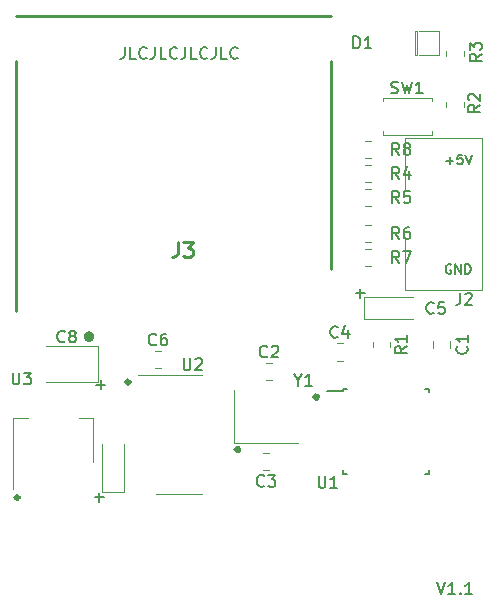
<source format=gbr>
%TF.GenerationSoftware,KiCad,Pcbnew,7.0.9*%
%TF.CreationDate,2023-12-07T13:52:13-06:00*%
%TF.ProjectId,smartportsd-smd,736d6172-7470-46f7-9274-73642d736d64,1.1*%
%TF.SameCoordinates,Original*%
%TF.FileFunction,Legend,Top*%
%TF.FilePolarity,Positive*%
%FSLAX46Y46*%
G04 Gerber Fmt 4.6, Leading zero omitted, Abs format (unit mm)*
G04 Created by KiCad (PCBNEW 7.0.9) date 2023-12-07 13:52:13*
%MOMM*%
%LPD*%
G01*
G04 APERTURE LIST*
%ADD10C,0.358981*%
%ADD11C,0.150000*%
%ADD12C,0.200000*%
%ADD13C,0.254000*%
%ADD14C,0.120000*%
%ADD15C,0.500000*%
G04 APERTURE END LIST*
D10*
X154581509Y-119380000D02*
G75*
G03*
X154581509Y-119380000I-179490J0D01*
G01*
X161245471Y-114935000D02*
G75*
G03*
X161245471Y-114935000I-179490J0D01*
G01*
X145340490Y-113665000D02*
G75*
G03*
X145340490Y-113665000I-179490J0D01*
G01*
X135942490Y-123444000D02*
G75*
G03*
X135942490Y-123444000I-179490J0D01*
G01*
D11*
X172491476Y-103740390D02*
X172415286Y-103702295D01*
X172415286Y-103702295D02*
X172301000Y-103702295D01*
X172301000Y-103702295D02*
X172186714Y-103740390D01*
X172186714Y-103740390D02*
X172110524Y-103816580D01*
X172110524Y-103816580D02*
X172072429Y-103892771D01*
X172072429Y-103892771D02*
X172034333Y-104045152D01*
X172034333Y-104045152D02*
X172034333Y-104159438D01*
X172034333Y-104159438D02*
X172072429Y-104311819D01*
X172072429Y-104311819D02*
X172110524Y-104388009D01*
X172110524Y-104388009D02*
X172186714Y-104464200D01*
X172186714Y-104464200D02*
X172301000Y-104502295D01*
X172301000Y-104502295D02*
X172377191Y-104502295D01*
X172377191Y-104502295D02*
X172491476Y-104464200D01*
X172491476Y-104464200D02*
X172529572Y-104426104D01*
X172529572Y-104426104D02*
X172529572Y-104159438D01*
X172529572Y-104159438D02*
X172377191Y-104159438D01*
X172872429Y-104502295D02*
X172872429Y-103702295D01*
X172872429Y-103702295D02*
X173329572Y-104502295D01*
X173329572Y-104502295D02*
X173329572Y-103702295D01*
X173710524Y-104502295D02*
X173710524Y-103702295D01*
X173710524Y-103702295D02*
X173901000Y-103702295D01*
X173901000Y-103702295D02*
X174015286Y-103740390D01*
X174015286Y-103740390D02*
X174091476Y-103816580D01*
X174091476Y-103816580D02*
X174129571Y-103892771D01*
X174129571Y-103892771D02*
X174167667Y-104045152D01*
X174167667Y-104045152D02*
X174167667Y-104159438D01*
X174167667Y-104159438D02*
X174129571Y-104311819D01*
X174129571Y-104311819D02*
X174091476Y-104388009D01*
X174091476Y-104388009D02*
X174015286Y-104464200D01*
X174015286Y-104464200D02*
X173901000Y-104502295D01*
X173901000Y-104502295D02*
X173710524Y-104502295D01*
D12*
X144859951Y-85304219D02*
X144859951Y-86018504D01*
X144859951Y-86018504D02*
X144812332Y-86161361D01*
X144812332Y-86161361D02*
X144717094Y-86256600D01*
X144717094Y-86256600D02*
X144574237Y-86304219D01*
X144574237Y-86304219D02*
X144478999Y-86304219D01*
X145812332Y-86304219D02*
X145336142Y-86304219D01*
X145336142Y-86304219D02*
X145336142Y-85304219D01*
X146717094Y-86208980D02*
X146669475Y-86256600D01*
X146669475Y-86256600D02*
X146526618Y-86304219D01*
X146526618Y-86304219D02*
X146431380Y-86304219D01*
X146431380Y-86304219D02*
X146288523Y-86256600D01*
X146288523Y-86256600D02*
X146193285Y-86161361D01*
X146193285Y-86161361D02*
X146145666Y-86066123D01*
X146145666Y-86066123D02*
X146098047Y-85875647D01*
X146098047Y-85875647D02*
X146098047Y-85732790D01*
X146098047Y-85732790D02*
X146145666Y-85542314D01*
X146145666Y-85542314D02*
X146193285Y-85447076D01*
X146193285Y-85447076D02*
X146288523Y-85351838D01*
X146288523Y-85351838D02*
X146431380Y-85304219D01*
X146431380Y-85304219D02*
X146526618Y-85304219D01*
X146526618Y-85304219D02*
X146669475Y-85351838D01*
X146669475Y-85351838D02*
X146717094Y-85399457D01*
X147431380Y-85304219D02*
X147431380Y-86018504D01*
X147431380Y-86018504D02*
X147383761Y-86161361D01*
X147383761Y-86161361D02*
X147288523Y-86256600D01*
X147288523Y-86256600D02*
X147145666Y-86304219D01*
X147145666Y-86304219D02*
X147050428Y-86304219D01*
X148383761Y-86304219D02*
X147907571Y-86304219D01*
X147907571Y-86304219D02*
X147907571Y-85304219D01*
X149288523Y-86208980D02*
X149240904Y-86256600D01*
X149240904Y-86256600D02*
X149098047Y-86304219D01*
X149098047Y-86304219D02*
X149002809Y-86304219D01*
X149002809Y-86304219D02*
X148859952Y-86256600D01*
X148859952Y-86256600D02*
X148764714Y-86161361D01*
X148764714Y-86161361D02*
X148717095Y-86066123D01*
X148717095Y-86066123D02*
X148669476Y-85875647D01*
X148669476Y-85875647D02*
X148669476Y-85732790D01*
X148669476Y-85732790D02*
X148717095Y-85542314D01*
X148717095Y-85542314D02*
X148764714Y-85447076D01*
X148764714Y-85447076D02*
X148859952Y-85351838D01*
X148859952Y-85351838D02*
X149002809Y-85304219D01*
X149002809Y-85304219D02*
X149098047Y-85304219D01*
X149098047Y-85304219D02*
X149240904Y-85351838D01*
X149240904Y-85351838D02*
X149288523Y-85399457D01*
X150002809Y-85304219D02*
X150002809Y-86018504D01*
X150002809Y-86018504D02*
X149955190Y-86161361D01*
X149955190Y-86161361D02*
X149859952Y-86256600D01*
X149859952Y-86256600D02*
X149717095Y-86304219D01*
X149717095Y-86304219D02*
X149621857Y-86304219D01*
X150955190Y-86304219D02*
X150479000Y-86304219D01*
X150479000Y-86304219D02*
X150479000Y-85304219D01*
X151859952Y-86208980D02*
X151812333Y-86256600D01*
X151812333Y-86256600D02*
X151669476Y-86304219D01*
X151669476Y-86304219D02*
X151574238Y-86304219D01*
X151574238Y-86304219D02*
X151431381Y-86256600D01*
X151431381Y-86256600D02*
X151336143Y-86161361D01*
X151336143Y-86161361D02*
X151288524Y-86066123D01*
X151288524Y-86066123D02*
X151240905Y-85875647D01*
X151240905Y-85875647D02*
X151240905Y-85732790D01*
X151240905Y-85732790D02*
X151288524Y-85542314D01*
X151288524Y-85542314D02*
X151336143Y-85447076D01*
X151336143Y-85447076D02*
X151431381Y-85351838D01*
X151431381Y-85351838D02*
X151574238Y-85304219D01*
X151574238Y-85304219D02*
X151669476Y-85304219D01*
X151669476Y-85304219D02*
X151812333Y-85351838D01*
X151812333Y-85351838D02*
X151859952Y-85399457D01*
X152574238Y-85304219D02*
X152574238Y-86018504D01*
X152574238Y-86018504D02*
X152526619Y-86161361D01*
X152526619Y-86161361D02*
X152431381Y-86256600D01*
X152431381Y-86256600D02*
X152288524Y-86304219D01*
X152288524Y-86304219D02*
X152193286Y-86304219D01*
X153526619Y-86304219D02*
X153050429Y-86304219D01*
X153050429Y-86304219D02*
X153050429Y-85304219D01*
X154431381Y-86208980D02*
X154383762Y-86256600D01*
X154383762Y-86256600D02*
X154240905Y-86304219D01*
X154240905Y-86304219D02*
X154145667Y-86304219D01*
X154145667Y-86304219D02*
X154002810Y-86256600D01*
X154002810Y-86256600D02*
X153907572Y-86161361D01*
X153907572Y-86161361D02*
X153859953Y-86066123D01*
X153859953Y-86066123D02*
X153812334Y-85875647D01*
X153812334Y-85875647D02*
X153812334Y-85732790D01*
X153812334Y-85732790D02*
X153859953Y-85542314D01*
X153859953Y-85542314D02*
X153907572Y-85447076D01*
X153907572Y-85447076D02*
X154002810Y-85351838D01*
X154002810Y-85351838D02*
X154145667Y-85304219D01*
X154145667Y-85304219D02*
X154240905Y-85304219D01*
X154240905Y-85304219D02*
X154383762Y-85351838D01*
X154383762Y-85351838D02*
X154431381Y-85399457D01*
D11*
X142449779Y-113915866D02*
X143211684Y-113915866D01*
X142830731Y-114296819D02*
X142830731Y-113534914D01*
X142322779Y-123440866D02*
X143084684Y-123440866D01*
X142703731Y-123821819D02*
X142703731Y-123059914D01*
X172072429Y-94926533D02*
X172681953Y-94926533D01*
X172377191Y-95231295D02*
X172377191Y-94621771D01*
X173443857Y-94431295D02*
X173062905Y-94431295D01*
X173062905Y-94431295D02*
X173024809Y-94812247D01*
X173024809Y-94812247D02*
X173062905Y-94774152D01*
X173062905Y-94774152D02*
X173139095Y-94736057D01*
X173139095Y-94736057D02*
X173329571Y-94736057D01*
X173329571Y-94736057D02*
X173405762Y-94774152D01*
X173405762Y-94774152D02*
X173443857Y-94812247D01*
X173443857Y-94812247D02*
X173481952Y-94888438D01*
X173481952Y-94888438D02*
X173481952Y-95078914D01*
X173481952Y-95078914D02*
X173443857Y-95155104D01*
X173443857Y-95155104D02*
X173405762Y-95193200D01*
X173405762Y-95193200D02*
X173329571Y-95231295D01*
X173329571Y-95231295D02*
X173139095Y-95231295D01*
X173139095Y-95231295D02*
X173062905Y-95193200D01*
X173062905Y-95193200D02*
X173024809Y-95155104D01*
X173710524Y-94431295D02*
X173977191Y-95231295D01*
X173977191Y-95231295D02*
X174243857Y-94431295D01*
X164420779Y-106168866D02*
X165182684Y-106168866D01*
X164801731Y-106549819D02*
X164801731Y-105787914D01*
D12*
X171323191Y-130643219D02*
X171656524Y-131643219D01*
X171656524Y-131643219D02*
X171989857Y-130643219D01*
X172847000Y-131643219D02*
X172275572Y-131643219D01*
X172561286Y-131643219D02*
X172561286Y-130643219D01*
X172561286Y-130643219D02*
X172466048Y-130786076D01*
X172466048Y-130786076D02*
X172370810Y-130881314D01*
X172370810Y-130881314D02*
X172275572Y-130928933D01*
X173275572Y-131547980D02*
X173323191Y-131595600D01*
X173323191Y-131595600D02*
X173275572Y-131643219D01*
X173275572Y-131643219D02*
X173227953Y-131595600D01*
X173227953Y-131595600D02*
X173275572Y-131547980D01*
X173275572Y-131547980D02*
X173275572Y-131643219D01*
X174275571Y-131643219D02*
X173704143Y-131643219D01*
X173989857Y-131643219D02*
X173989857Y-130643219D01*
X173989857Y-130643219D02*
X173894619Y-130786076D01*
X173894619Y-130786076D02*
X173799381Y-130881314D01*
X173799381Y-130881314D02*
X173704143Y-130928933D01*
D11*
X161290095Y-121628819D02*
X161290095Y-122438342D01*
X161290095Y-122438342D02*
X161337714Y-122533580D01*
X161337714Y-122533580D02*
X161385333Y-122581200D01*
X161385333Y-122581200D02*
X161480571Y-122628819D01*
X161480571Y-122628819D02*
X161671047Y-122628819D01*
X161671047Y-122628819D02*
X161766285Y-122581200D01*
X161766285Y-122581200D02*
X161813904Y-122533580D01*
X161813904Y-122533580D02*
X161861523Y-122438342D01*
X161861523Y-122438342D02*
X161861523Y-121628819D01*
X162861523Y-122628819D02*
X162290095Y-122628819D01*
X162575809Y-122628819D02*
X162575809Y-121628819D01*
X162575809Y-121628819D02*
X162480571Y-121771676D01*
X162480571Y-121771676D02*
X162385333Y-121866914D01*
X162385333Y-121866914D02*
X162290095Y-121914533D01*
X168108333Y-101546819D02*
X167775000Y-101070628D01*
X167536905Y-101546819D02*
X167536905Y-100546819D01*
X167536905Y-100546819D02*
X167917857Y-100546819D01*
X167917857Y-100546819D02*
X168013095Y-100594438D01*
X168013095Y-100594438D02*
X168060714Y-100642057D01*
X168060714Y-100642057D02*
X168108333Y-100737295D01*
X168108333Y-100737295D02*
X168108333Y-100880152D01*
X168108333Y-100880152D02*
X168060714Y-100975390D01*
X168060714Y-100975390D02*
X168013095Y-101023009D01*
X168013095Y-101023009D02*
X167917857Y-101070628D01*
X167917857Y-101070628D02*
X167536905Y-101070628D01*
X168965476Y-100546819D02*
X168775000Y-100546819D01*
X168775000Y-100546819D02*
X168679762Y-100594438D01*
X168679762Y-100594438D02*
X168632143Y-100642057D01*
X168632143Y-100642057D02*
X168536905Y-100784914D01*
X168536905Y-100784914D02*
X168489286Y-100975390D01*
X168489286Y-100975390D02*
X168489286Y-101356342D01*
X168489286Y-101356342D02*
X168536905Y-101451580D01*
X168536905Y-101451580D02*
X168584524Y-101499200D01*
X168584524Y-101499200D02*
X168679762Y-101546819D01*
X168679762Y-101546819D02*
X168870238Y-101546819D01*
X168870238Y-101546819D02*
X168965476Y-101499200D01*
X168965476Y-101499200D02*
X169013095Y-101451580D01*
X169013095Y-101451580D02*
X169060714Y-101356342D01*
X169060714Y-101356342D02*
X169060714Y-101118247D01*
X169060714Y-101118247D02*
X169013095Y-101023009D01*
X169013095Y-101023009D02*
X168965476Y-100975390D01*
X168965476Y-100975390D02*
X168870238Y-100927771D01*
X168870238Y-100927771D02*
X168679762Y-100927771D01*
X168679762Y-100927771D02*
X168584524Y-100975390D01*
X168584524Y-100975390D02*
X168536905Y-101023009D01*
X168536905Y-101023009D02*
X168489286Y-101118247D01*
X147534333Y-110468580D02*
X147486714Y-110516200D01*
X147486714Y-110516200D02*
X147343857Y-110563819D01*
X147343857Y-110563819D02*
X147248619Y-110563819D01*
X147248619Y-110563819D02*
X147105762Y-110516200D01*
X147105762Y-110516200D02*
X147010524Y-110420961D01*
X147010524Y-110420961D02*
X146962905Y-110325723D01*
X146962905Y-110325723D02*
X146915286Y-110135247D01*
X146915286Y-110135247D02*
X146915286Y-109992390D01*
X146915286Y-109992390D02*
X146962905Y-109801914D01*
X146962905Y-109801914D02*
X147010524Y-109706676D01*
X147010524Y-109706676D02*
X147105762Y-109611438D01*
X147105762Y-109611438D02*
X147248619Y-109563819D01*
X147248619Y-109563819D02*
X147343857Y-109563819D01*
X147343857Y-109563819D02*
X147486714Y-109611438D01*
X147486714Y-109611438D02*
X147534333Y-109659057D01*
X148391476Y-109563819D02*
X148201000Y-109563819D01*
X148201000Y-109563819D02*
X148105762Y-109611438D01*
X148105762Y-109611438D02*
X148058143Y-109659057D01*
X148058143Y-109659057D02*
X147962905Y-109801914D01*
X147962905Y-109801914D02*
X147915286Y-109992390D01*
X147915286Y-109992390D02*
X147915286Y-110373342D01*
X147915286Y-110373342D02*
X147962905Y-110468580D01*
X147962905Y-110468580D02*
X148010524Y-110516200D01*
X148010524Y-110516200D02*
X148105762Y-110563819D01*
X148105762Y-110563819D02*
X148296238Y-110563819D01*
X148296238Y-110563819D02*
X148391476Y-110516200D01*
X148391476Y-110516200D02*
X148439095Y-110468580D01*
X148439095Y-110468580D02*
X148486714Y-110373342D01*
X148486714Y-110373342D02*
X148486714Y-110135247D01*
X148486714Y-110135247D02*
X148439095Y-110040009D01*
X148439095Y-110040009D02*
X148391476Y-109992390D01*
X148391476Y-109992390D02*
X148296238Y-109944771D01*
X148296238Y-109944771D02*
X148105762Y-109944771D01*
X148105762Y-109944771D02*
X148010524Y-109992390D01*
X148010524Y-109992390D02*
X147962905Y-110040009D01*
X147962905Y-110040009D02*
X147915286Y-110135247D01*
X168108333Y-94434819D02*
X167775000Y-93958628D01*
X167536905Y-94434819D02*
X167536905Y-93434819D01*
X167536905Y-93434819D02*
X167917857Y-93434819D01*
X167917857Y-93434819D02*
X168013095Y-93482438D01*
X168013095Y-93482438D02*
X168060714Y-93530057D01*
X168060714Y-93530057D02*
X168108333Y-93625295D01*
X168108333Y-93625295D02*
X168108333Y-93768152D01*
X168108333Y-93768152D02*
X168060714Y-93863390D01*
X168060714Y-93863390D02*
X168013095Y-93911009D01*
X168013095Y-93911009D02*
X167917857Y-93958628D01*
X167917857Y-93958628D02*
X167536905Y-93958628D01*
X168679762Y-93863390D02*
X168584524Y-93815771D01*
X168584524Y-93815771D02*
X168536905Y-93768152D01*
X168536905Y-93768152D02*
X168489286Y-93672914D01*
X168489286Y-93672914D02*
X168489286Y-93625295D01*
X168489286Y-93625295D02*
X168536905Y-93530057D01*
X168536905Y-93530057D02*
X168584524Y-93482438D01*
X168584524Y-93482438D02*
X168679762Y-93434819D01*
X168679762Y-93434819D02*
X168870238Y-93434819D01*
X168870238Y-93434819D02*
X168965476Y-93482438D01*
X168965476Y-93482438D02*
X169013095Y-93530057D01*
X169013095Y-93530057D02*
X169060714Y-93625295D01*
X169060714Y-93625295D02*
X169060714Y-93672914D01*
X169060714Y-93672914D02*
X169013095Y-93768152D01*
X169013095Y-93768152D02*
X168965476Y-93815771D01*
X168965476Y-93815771D02*
X168870238Y-93863390D01*
X168870238Y-93863390D02*
X168679762Y-93863390D01*
X168679762Y-93863390D02*
X168584524Y-93911009D01*
X168584524Y-93911009D02*
X168536905Y-93958628D01*
X168536905Y-93958628D02*
X168489286Y-94053866D01*
X168489286Y-94053866D02*
X168489286Y-94244342D01*
X168489286Y-94244342D02*
X168536905Y-94339580D01*
X168536905Y-94339580D02*
X168584524Y-94387200D01*
X168584524Y-94387200D02*
X168679762Y-94434819D01*
X168679762Y-94434819D02*
X168870238Y-94434819D01*
X168870238Y-94434819D02*
X168965476Y-94387200D01*
X168965476Y-94387200D02*
X169013095Y-94339580D01*
X169013095Y-94339580D02*
X169060714Y-94244342D01*
X169060714Y-94244342D02*
X169060714Y-94053866D01*
X169060714Y-94053866D02*
X169013095Y-93958628D01*
X169013095Y-93958628D02*
X168965476Y-93911009D01*
X168965476Y-93911009D02*
X168870238Y-93863390D01*
X156932333Y-111484580D02*
X156884714Y-111532200D01*
X156884714Y-111532200D02*
X156741857Y-111579819D01*
X156741857Y-111579819D02*
X156646619Y-111579819D01*
X156646619Y-111579819D02*
X156503762Y-111532200D01*
X156503762Y-111532200D02*
X156408524Y-111436961D01*
X156408524Y-111436961D02*
X156360905Y-111341723D01*
X156360905Y-111341723D02*
X156313286Y-111151247D01*
X156313286Y-111151247D02*
X156313286Y-111008390D01*
X156313286Y-111008390D02*
X156360905Y-110817914D01*
X156360905Y-110817914D02*
X156408524Y-110722676D01*
X156408524Y-110722676D02*
X156503762Y-110627438D01*
X156503762Y-110627438D02*
X156646619Y-110579819D01*
X156646619Y-110579819D02*
X156741857Y-110579819D01*
X156741857Y-110579819D02*
X156884714Y-110627438D01*
X156884714Y-110627438D02*
X156932333Y-110675057D01*
X157313286Y-110675057D02*
X157360905Y-110627438D01*
X157360905Y-110627438D02*
X157456143Y-110579819D01*
X157456143Y-110579819D02*
X157694238Y-110579819D01*
X157694238Y-110579819D02*
X157789476Y-110627438D01*
X157789476Y-110627438D02*
X157837095Y-110675057D01*
X157837095Y-110675057D02*
X157884714Y-110770295D01*
X157884714Y-110770295D02*
X157884714Y-110865533D01*
X157884714Y-110865533D02*
X157837095Y-111008390D01*
X157837095Y-111008390D02*
X157265667Y-111579819D01*
X157265667Y-111579819D02*
X157884714Y-111579819D01*
X175079819Y-85891666D02*
X174603628Y-86224999D01*
X175079819Y-86463094D02*
X174079819Y-86463094D01*
X174079819Y-86463094D02*
X174079819Y-86082142D01*
X174079819Y-86082142D02*
X174127438Y-85986904D01*
X174127438Y-85986904D02*
X174175057Y-85939285D01*
X174175057Y-85939285D02*
X174270295Y-85891666D01*
X174270295Y-85891666D02*
X174413152Y-85891666D01*
X174413152Y-85891666D02*
X174508390Y-85939285D01*
X174508390Y-85939285D02*
X174556009Y-85986904D01*
X174556009Y-85986904D02*
X174603628Y-86082142D01*
X174603628Y-86082142D02*
X174603628Y-86463094D01*
X174079819Y-85558332D02*
X174079819Y-84939285D01*
X174079819Y-84939285D02*
X174460771Y-85272618D01*
X174460771Y-85272618D02*
X174460771Y-85129761D01*
X174460771Y-85129761D02*
X174508390Y-85034523D01*
X174508390Y-85034523D02*
X174556009Y-84986904D01*
X174556009Y-84986904D02*
X174651247Y-84939285D01*
X174651247Y-84939285D02*
X174889342Y-84939285D01*
X174889342Y-84939285D02*
X174984580Y-84986904D01*
X174984580Y-84986904D02*
X175032200Y-85034523D01*
X175032200Y-85034523D02*
X175079819Y-85129761D01*
X175079819Y-85129761D02*
X175079819Y-85415475D01*
X175079819Y-85415475D02*
X175032200Y-85510713D01*
X175032200Y-85510713D02*
X174984580Y-85558332D01*
X168728819Y-110656666D02*
X168252628Y-110989999D01*
X168728819Y-111228094D02*
X167728819Y-111228094D01*
X167728819Y-111228094D02*
X167728819Y-110847142D01*
X167728819Y-110847142D02*
X167776438Y-110751904D01*
X167776438Y-110751904D02*
X167824057Y-110704285D01*
X167824057Y-110704285D02*
X167919295Y-110656666D01*
X167919295Y-110656666D02*
X168062152Y-110656666D01*
X168062152Y-110656666D02*
X168157390Y-110704285D01*
X168157390Y-110704285D02*
X168205009Y-110751904D01*
X168205009Y-110751904D02*
X168252628Y-110847142D01*
X168252628Y-110847142D02*
X168252628Y-111228094D01*
X168728819Y-109704285D02*
X168728819Y-110275713D01*
X168728819Y-109989999D02*
X167728819Y-109989999D01*
X167728819Y-109989999D02*
X167871676Y-110085237D01*
X167871676Y-110085237D02*
X167966914Y-110180475D01*
X167966914Y-110180475D02*
X168014533Y-110275713D01*
X167424267Y-89180200D02*
X167567124Y-89227819D01*
X167567124Y-89227819D02*
X167805219Y-89227819D01*
X167805219Y-89227819D02*
X167900457Y-89180200D01*
X167900457Y-89180200D02*
X167948076Y-89132580D01*
X167948076Y-89132580D02*
X167995695Y-89037342D01*
X167995695Y-89037342D02*
X167995695Y-88942104D01*
X167995695Y-88942104D02*
X167948076Y-88846866D01*
X167948076Y-88846866D02*
X167900457Y-88799247D01*
X167900457Y-88799247D02*
X167805219Y-88751628D01*
X167805219Y-88751628D02*
X167614743Y-88704009D01*
X167614743Y-88704009D02*
X167519505Y-88656390D01*
X167519505Y-88656390D02*
X167471886Y-88608771D01*
X167471886Y-88608771D02*
X167424267Y-88513533D01*
X167424267Y-88513533D02*
X167424267Y-88418295D01*
X167424267Y-88418295D02*
X167471886Y-88323057D01*
X167471886Y-88323057D02*
X167519505Y-88275438D01*
X167519505Y-88275438D02*
X167614743Y-88227819D01*
X167614743Y-88227819D02*
X167852838Y-88227819D01*
X167852838Y-88227819D02*
X167995695Y-88275438D01*
X168329029Y-88227819D02*
X168567124Y-89227819D01*
X168567124Y-89227819D02*
X168757600Y-88513533D01*
X168757600Y-88513533D02*
X168948076Y-89227819D01*
X168948076Y-89227819D02*
X169186172Y-88227819D01*
X170090933Y-89227819D02*
X169519505Y-89227819D01*
X169805219Y-89227819D02*
X169805219Y-88227819D01*
X169805219Y-88227819D02*
X169709981Y-88370676D01*
X169709981Y-88370676D02*
X169614743Y-88465914D01*
X169614743Y-88465914D02*
X169519505Y-88513533D01*
X159543809Y-113489628D02*
X159543809Y-113965819D01*
X159210476Y-112965819D02*
X159543809Y-113489628D01*
X159543809Y-113489628D02*
X159877142Y-112965819D01*
X160734285Y-113965819D02*
X160162857Y-113965819D01*
X160448571Y-113965819D02*
X160448571Y-112965819D01*
X160448571Y-112965819D02*
X160353333Y-113108676D01*
X160353333Y-113108676D02*
X160258095Y-113203914D01*
X160258095Y-113203914D02*
X160162857Y-113251533D01*
X168108333Y-98498819D02*
X167775000Y-98022628D01*
X167536905Y-98498819D02*
X167536905Y-97498819D01*
X167536905Y-97498819D02*
X167917857Y-97498819D01*
X167917857Y-97498819D02*
X168013095Y-97546438D01*
X168013095Y-97546438D02*
X168060714Y-97594057D01*
X168060714Y-97594057D02*
X168108333Y-97689295D01*
X168108333Y-97689295D02*
X168108333Y-97832152D01*
X168108333Y-97832152D02*
X168060714Y-97927390D01*
X168060714Y-97927390D02*
X168013095Y-97975009D01*
X168013095Y-97975009D02*
X167917857Y-98022628D01*
X167917857Y-98022628D02*
X167536905Y-98022628D01*
X169013095Y-97498819D02*
X168536905Y-97498819D01*
X168536905Y-97498819D02*
X168489286Y-97975009D01*
X168489286Y-97975009D02*
X168536905Y-97927390D01*
X168536905Y-97927390D02*
X168632143Y-97879771D01*
X168632143Y-97879771D02*
X168870238Y-97879771D01*
X168870238Y-97879771D02*
X168965476Y-97927390D01*
X168965476Y-97927390D02*
X169013095Y-97975009D01*
X169013095Y-97975009D02*
X169060714Y-98070247D01*
X169060714Y-98070247D02*
X169060714Y-98308342D01*
X169060714Y-98308342D02*
X169013095Y-98403580D01*
X169013095Y-98403580D02*
X168965476Y-98451200D01*
X168965476Y-98451200D02*
X168870238Y-98498819D01*
X168870238Y-98498819D02*
X168632143Y-98498819D01*
X168632143Y-98498819D02*
X168536905Y-98451200D01*
X168536905Y-98451200D02*
X168489286Y-98403580D01*
D13*
X149341337Y-101831318D02*
X149341337Y-102738461D01*
X149341337Y-102738461D02*
X149280860Y-102919889D01*
X149280860Y-102919889D02*
X149159908Y-103040842D01*
X149159908Y-103040842D02*
X148978479Y-103101318D01*
X148978479Y-103101318D02*
X148857527Y-103101318D01*
X149825146Y-101831318D02*
X150611337Y-101831318D01*
X150611337Y-101831318D02*
X150188003Y-102315127D01*
X150188003Y-102315127D02*
X150369432Y-102315127D01*
X150369432Y-102315127D02*
X150490384Y-102375603D01*
X150490384Y-102375603D02*
X150550860Y-102436080D01*
X150550860Y-102436080D02*
X150611337Y-102557032D01*
X150611337Y-102557032D02*
X150611337Y-102859413D01*
X150611337Y-102859413D02*
X150550860Y-102980365D01*
X150550860Y-102980365D02*
X150490384Y-103040842D01*
X150490384Y-103040842D02*
X150369432Y-103101318D01*
X150369432Y-103101318D02*
X150006575Y-103101318D01*
X150006575Y-103101318D02*
X149885622Y-103040842D01*
X149885622Y-103040842D02*
X149825146Y-102980365D01*
D11*
X171029333Y-107801580D02*
X170981714Y-107849200D01*
X170981714Y-107849200D02*
X170838857Y-107896819D01*
X170838857Y-107896819D02*
X170743619Y-107896819D01*
X170743619Y-107896819D02*
X170600762Y-107849200D01*
X170600762Y-107849200D02*
X170505524Y-107753961D01*
X170505524Y-107753961D02*
X170457905Y-107658723D01*
X170457905Y-107658723D02*
X170410286Y-107468247D01*
X170410286Y-107468247D02*
X170410286Y-107325390D01*
X170410286Y-107325390D02*
X170457905Y-107134914D01*
X170457905Y-107134914D02*
X170505524Y-107039676D01*
X170505524Y-107039676D02*
X170600762Y-106944438D01*
X170600762Y-106944438D02*
X170743619Y-106896819D01*
X170743619Y-106896819D02*
X170838857Y-106896819D01*
X170838857Y-106896819D02*
X170981714Y-106944438D01*
X170981714Y-106944438D02*
X171029333Y-106992057D01*
X171934095Y-106896819D02*
X171457905Y-106896819D01*
X171457905Y-106896819D02*
X171410286Y-107373009D01*
X171410286Y-107373009D02*
X171457905Y-107325390D01*
X171457905Y-107325390D02*
X171553143Y-107277771D01*
X171553143Y-107277771D02*
X171791238Y-107277771D01*
X171791238Y-107277771D02*
X171886476Y-107325390D01*
X171886476Y-107325390D02*
X171934095Y-107373009D01*
X171934095Y-107373009D02*
X171981714Y-107468247D01*
X171981714Y-107468247D02*
X171981714Y-107706342D01*
X171981714Y-107706342D02*
X171934095Y-107801580D01*
X171934095Y-107801580D02*
X171886476Y-107849200D01*
X171886476Y-107849200D02*
X171791238Y-107896819D01*
X171791238Y-107896819D02*
X171553143Y-107896819D01*
X171553143Y-107896819D02*
X171457905Y-107849200D01*
X171457905Y-107849200D02*
X171410286Y-107801580D01*
X173275666Y-106134819D02*
X173275666Y-106849104D01*
X173275666Y-106849104D02*
X173228047Y-106991961D01*
X173228047Y-106991961D02*
X173132809Y-107087200D01*
X173132809Y-107087200D02*
X172989952Y-107134819D01*
X172989952Y-107134819D02*
X172894714Y-107134819D01*
X173704238Y-106230057D02*
X173751857Y-106182438D01*
X173751857Y-106182438D02*
X173847095Y-106134819D01*
X173847095Y-106134819D02*
X174085190Y-106134819D01*
X174085190Y-106134819D02*
X174180428Y-106182438D01*
X174180428Y-106182438D02*
X174228047Y-106230057D01*
X174228047Y-106230057D02*
X174275666Y-106325295D01*
X174275666Y-106325295D02*
X174275666Y-106420533D01*
X174275666Y-106420533D02*
X174228047Y-106563390D01*
X174228047Y-106563390D02*
X173656619Y-107134819D01*
X173656619Y-107134819D02*
X174275666Y-107134819D01*
X168108333Y-96466819D02*
X167775000Y-95990628D01*
X167536905Y-96466819D02*
X167536905Y-95466819D01*
X167536905Y-95466819D02*
X167917857Y-95466819D01*
X167917857Y-95466819D02*
X168013095Y-95514438D01*
X168013095Y-95514438D02*
X168060714Y-95562057D01*
X168060714Y-95562057D02*
X168108333Y-95657295D01*
X168108333Y-95657295D02*
X168108333Y-95800152D01*
X168108333Y-95800152D02*
X168060714Y-95895390D01*
X168060714Y-95895390D02*
X168013095Y-95943009D01*
X168013095Y-95943009D02*
X167917857Y-95990628D01*
X167917857Y-95990628D02*
X167536905Y-95990628D01*
X168965476Y-95800152D02*
X168965476Y-96466819D01*
X168727381Y-95419200D02*
X168489286Y-96133485D01*
X168489286Y-96133485D02*
X169108333Y-96133485D01*
X164234905Y-85410317D02*
X164234905Y-84410317D01*
X164234905Y-84410317D02*
X164473000Y-84410317D01*
X164473000Y-84410317D02*
X164615857Y-84457936D01*
X164615857Y-84457936D02*
X164711095Y-84553174D01*
X164711095Y-84553174D02*
X164758714Y-84648412D01*
X164758714Y-84648412D02*
X164806333Y-84838888D01*
X164806333Y-84838888D02*
X164806333Y-84981745D01*
X164806333Y-84981745D02*
X164758714Y-85172221D01*
X164758714Y-85172221D02*
X164711095Y-85267459D01*
X164711095Y-85267459D02*
X164615857Y-85362698D01*
X164615857Y-85362698D02*
X164473000Y-85410317D01*
X164473000Y-85410317D02*
X164234905Y-85410317D01*
X165758714Y-85410317D02*
X165187286Y-85410317D01*
X165473000Y-85410317D02*
X165473000Y-84410317D01*
X165473000Y-84410317D02*
X165377762Y-84553174D01*
X165377762Y-84553174D02*
X165282524Y-84648412D01*
X165282524Y-84648412D02*
X165187286Y-84696031D01*
X139787333Y-110214580D02*
X139739714Y-110262200D01*
X139739714Y-110262200D02*
X139596857Y-110309819D01*
X139596857Y-110309819D02*
X139501619Y-110309819D01*
X139501619Y-110309819D02*
X139358762Y-110262200D01*
X139358762Y-110262200D02*
X139263524Y-110166961D01*
X139263524Y-110166961D02*
X139215905Y-110071723D01*
X139215905Y-110071723D02*
X139168286Y-109881247D01*
X139168286Y-109881247D02*
X139168286Y-109738390D01*
X139168286Y-109738390D02*
X139215905Y-109547914D01*
X139215905Y-109547914D02*
X139263524Y-109452676D01*
X139263524Y-109452676D02*
X139358762Y-109357438D01*
X139358762Y-109357438D02*
X139501619Y-109309819D01*
X139501619Y-109309819D02*
X139596857Y-109309819D01*
X139596857Y-109309819D02*
X139739714Y-109357438D01*
X139739714Y-109357438D02*
X139787333Y-109405057D01*
X140358762Y-109738390D02*
X140263524Y-109690771D01*
X140263524Y-109690771D02*
X140215905Y-109643152D01*
X140215905Y-109643152D02*
X140168286Y-109547914D01*
X140168286Y-109547914D02*
X140168286Y-109500295D01*
X140168286Y-109500295D02*
X140215905Y-109405057D01*
X140215905Y-109405057D02*
X140263524Y-109357438D01*
X140263524Y-109357438D02*
X140358762Y-109309819D01*
X140358762Y-109309819D02*
X140549238Y-109309819D01*
X140549238Y-109309819D02*
X140644476Y-109357438D01*
X140644476Y-109357438D02*
X140692095Y-109405057D01*
X140692095Y-109405057D02*
X140739714Y-109500295D01*
X140739714Y-109500295D02*
X140739714Y-109547914D01*
X140739714Y-109547914D02*
X140692095Y-109643152D01*
X140692095Y-109643152D02*
X140644476Y-109690771D01*
X140644476Y-109690771D02*
X140549238Y-109738390D01*
X140549238Y-109738390D02*
X140358762Y-109738390D01*
X140358762Y-109738390D02*
X140263524Y-109786009D01*
X140263524Y-109786009D02*
X140215905Y-109833628D01*
X140215905Y-109833628D02*
X140168286Y-109928866D01*
X140168286Y-109928866D02*
X140168286Y-110119342D01*
X140168286Y-110119342D02*
X140215905Y-110214580D01*
X140215905Y-110214580D02*
X140263524Y-110262200D01*
X140263524Y-110262200D02*
X140358762Y-110309819D01*
X140358762Y-110309819D02*
X140549238Y-110309819D01*
X140549238Y-110309819D02*
X140644476Y-110262200D01*
X140644476Y-110262200D02*
X140692095Y-110214580D01*
X140692095Y-110214580D02*
X140739714Y-110119342D01*
X140739714Y-110119342D02*
X140739714Y-109928866D01*
X140739714Y-109928866D02*
X140692095Y-109833628D01*
X140692095Y-109833628D02*
X140644476Y-109786009D01*
X140644476Y-109786009D02*
X140549238Y-109738390D01*
X173841580Y-110656666D02*
X173889200Y-110704285D01*
X173889200Y-110704285D02*
X173936819Y-110847142D01*
X173936819Y-110847142D02*
X173936819Y-110942380D01*
X173936819Y-110942380D02*
X173889200Y-111085237D01*
X173889200Y-111085237D02*
X173793961Y-111180475D01*
X173793961Y-111180475D02*
X173698723Y-111228094D01*
X173698723Y-111228094D02*
X173508247Y-111275713D01*
X173508247Y-111275713D02*
X173365390Y-111275713D01*
X173365390Y-111275713D02*
X173174914Y-111228094D01*
X173174914Y-111228094D02*
X173079676Y-111180475D01*
X173079676Y-111180475D02*
X172984438Y-111085237D01*
X172984438Y-111085237D02*
X172936819Y-110942380D01*
X172936819Y-110942380D02*
X172936819Y-110847142D01*
X172936819Y-110847142D02*
X172984438Y-110704285D01*
X172984438Y-110704285D02*
X173032057Y-110656666D01*
X173936819Y-109704285D02*
X173936819Y-110275713D01*
X173936819Y-109989999D02*
X172936819Y-109989999D01*
X172936819Y-109989999D02*
X173079676Y-110085237D01*
X173079676Y-110085237D02*
X173174914Y-110180475D01*
X173174914Y-110180475D02*
X173222533Y-110275713D01*
X168108333Y-103578819D02*
X167775000Y-103102628D01*
X167536905Y-103578819D02*
X167536905Y-102578819D01*
X167536905Y-102578819D02*
X167917857Y-102578819D01*
X167917857Y-102578819D02*
X168013095Y-102626438D01*
X168013095Y-102626438D02*
X168060714Y-102674057D01*
X168060714Y-102674057D02*
X168108333Y-102769295D01*
X168108333Y-102769295D02*
X168108333Y-102912152D01*
X168108333Y-102912152D02*
X168060714Y-103007390D01*
X168060714Y-103007390D02*
X168013095Y-103055009D01*
X168013095Y-103055009D02*
X167917857Y-103102628D01*
X167917857Y-103102628D02*
X167536905Y-103102628D01*
X168441667Y-102578819D02*
X169108333Y-102578819D01*
X169108333Y-102578819D02*
X168679762Y-103578819D01*
X174952819Y-90209666D02*
X174476628Y-90542999D01*
X174952819Y-90781094D02*
X173952819Y-90781094D01*
X173952819Y-90781094D02*
X173952819Y-90400142D01*
X173952819Y-90400142D02*
X174000438Y-90304904D01*
X174000438Y-90304904D02*
X174048057Y-90257285D01*
X174048057Y-90257285D02*
X174143295Y-90209666D01*
X174143295Y-90209666D02*
X174286152Y-90209666D01*
X174286152Y-90209666D02*
X174381390Y-90257285D01*
X174381390Y-90257285D02*
X174429009Y-90304904D01*
X174429009Y-90304904D02*
X174476628Y-90400142D01*
X174476628Y-90400142D02*
X174476628Y-90781094D01*
X174048057Y-89828713D02*
X174000438Y-89781094D01*
X174000438Y-89781094D02*
X173952819Y-89685856D01*
X173952819Y-89685856D02*
X173952819Y-89447761D01*
X173952819Y-89447761D02*
X174000438Y-89352523D01*
X174000438Y-89352523D02*
X174048057Y-89304904D01*
X174048057Y-89304904D02*
X174143295Y-89257285D01*
X174143295Y-89257285D02*
X174238533Y-89257285D01*
X174238533Y-89257285D02*
X174381390Y-89304904D01*
X174381390Y-89304904D02*
X174952819Y-89876332D01*
X174952819Y-89876332D02*
X174952819Y-89257285D01*
X156678333Y-122435580D02*
X156630714Y-122483200D01*
X156630714Y-122483200D02*
X156487857Y-122530819D01*
X156487857Y-122530819D02*
X156392619Y-122530819D01*
X156392619Y-122530819D02*
X156249762Y-122483200D01*
X156249762Y-122483200D02*
X156154524Y-122387961D01*
X156154524Y-122387961D02*
X156106905Y-122292723D01*
X156106905Y-122292723D02*
X156059286Y-122102247D01*
X156059286Y-122102247D02*
X156059286Y-121959390D01*
X156059286Y-121959390D02*
X156106905Y-121768914D01*
X156106905Y-121768914D02*
X156154524Y-121673676D01*
X156154524Y-121673676D02*
X156249762Y-121578438D01*
X156249762Y-121578438D02*
X156392619Y-121530819D01*
X156392619Y-121530819D02*
X156487857Y-121530819D01*
X156487857Y-121530819D02*
X156630714Y-121578438D01*
X156630714Y-121578438D02*
X156678333Y-121626057D01*
X157011667Y-121530819D02*
X157630714Y-121530819D01*
X157630714Y-121530819D02*
X157297381Y-121911771D01*
X157297381Y-121911771D02*
X157440238Y-121911771D01*
X157440238Y-121911771D02*
X157535476Y-121959390D01*
X157535476Y-121959390D02*
X157583095Y-122007009D01*
X157583095Y-122007009D02*
X157630714Y-122102247D01*
X157630714Y-122102247D02*
X157630714Y-122340342D01*
X157630714Y-122340342D02*
X157583095Y-122435580D01*
X157583095Y-122435580D02*
X157535476Y-122483200D01*
X157535476Y-122483200D02*
X157440238Y-122530819D01*
X157440238Y-122530819D02*
X157154524Y-122530819D01*
X157154524Y-122530819D02*
X157059286Y-122483200D01*
X157059286Y-122483200D02*
X157011667Y-122435580D01*
X162901333Y-109833580D02*
X162853714Y-109881200D01*
X162853714Y-109881200D02*
X162710857Y-109928819D01*
X162710857Y-109928819D02*
X162615619Y-109928819D01*
X162615619Y-109928819D02*
X162472762Y-109881200D01*
X162472762Y-109881200D02*
X162377524Y-109785961D01*
X162377524Y-109785961D02*
X162329905Y-109690723D01*
X162329905Y-109690723D02*
X162282286Y-109500247D01*
X162282286Y-109500247D02*
X162282286Y-109357390D01*
X162282286Y-109357390D02*
X162329905Y-109166914D01*
X162329905Y-109166914D02*
X162377524Y-109071676D01*
X162377524Y-109071676D02*
X162472762Y-108976438D01*
X162472762Y-108976438D02*
X162615619Y-108928819D01*
X162615619Y-108928819D02*
X162710857Y-108928819D01*
X162710857Y-108928819D02*
X162853714Y-108976438D01*
X162853714Y-108976438D02*
X162901333Y-109024057D01*
X163758476Y-109262152D02*
X163758476Y-109928819D01*
X163520381Y-108881200D02*
X163282286Y-109595485D01*
X163282286Y-109595485D02*
X163901333Y-109595485D01*
X135382095Y-112865819D02*
X135382095Y-113675342D01*
X135382095Y-113675342D02*
X135429714Y-113770580D01*
X135429714Y-113770580D02*
X135477333Y-113818200D01*
X135477333Y-113818200D02*
X135572571Y-113865819D01*
X135572571Y-113865819D02*
X135763047Y-113865819D01*
X135763047Y-113865819D02*
X135858285Y-113818200D01*
X135858285Y-113818200D02*
X135905904Y-113770580D01*
X135905904Y-113770580D02*
X135953523Y-113675342D01*
X135953523Y-113675342D02*
X135953523Y-112865819D01*
X136334476Y-112865819D02*
X136953523Y-112865819D01*
X136953523Y-112865819D02*
X136620190Y-113246771D01*
X136620190Y-113246771D02*
X136763047Y-113246771D01*
X136763047Y-113246771D02*
X136858285Y-113294390D01*
X136858285Y-113294390D02*
X136905904Y-113342009D01*
X136905904Y-113342009D02*
X136953523Y-113437247D01*
X136953523Y-113437247D02*
X136953523Y-113675342D01*
X136953523Y-113675342D02*
X136905904Y-113770580D01*
X136905904Y-113770580D02*
X136858285Y-113818200D01*
X136858285Y-113818200D02*
X136763047Y-113865819D01*
X136763047Y-113865819D02*
X136477333Y-113865819D01*
X136477333Y-113865819D02*
X136382095Y-113818200D01*
X136382095Y-113818200D02*
X136334476Y-113770580D01*
X149860095Y-111664819D02*
X149860095Y-112474342D01*
X149860095Y-112474342D02*
X149907714Y-112569580D01*
X149907714Y-112569580D02*
X149955333Y-112617200D01*
X149955333Y-112617200D02*
X150050571Y-112664819D01*
X150050571Y-112664819D02*
X150241047Y-112664819D01*
X150241047Y-112664819D02*
X150336285Y-112617200D01*
X150336285Y-112617200D02*
X150383904Y-112569580D01*
X150383904Y-112569580D02*
X150431523Y-112474342D01*
X150431523Y-112474342D02*
X150431523Y-111664819D01*
X150860095Y-111760057D02*
X150907714Y-111712438D01*
X150907714Y-111712438D02*
X151002952Y-111664819D01*
X151002952Y-111664819D02*
X151241047Y-111664819D01*
X151241047Y-111664819D02*
X151336285Y-111712438D01*
X151336285Y-111712438D02*
X151383904Y-111760057D01*
X151383904Y-111760057D02*
X151431523Y-111855295D01*
X151431523Y-111855295D02*
X151431523Y-111950533D01*
X151431523Y-111950533D02*
X151383904Y-112093390D01*
X151383904Y-112093390D02*
X150812476Y-112664819D01*
X150812476Y-112664819D02*
X151431523Y-112664819D01*
%TO.C,U1*%
X163380000Y-114231000D02*
X163380000Y-114456000D01*
X163380000Y-114231000D02*
X163705000Y-114231000D01*
X163380000Y-114456000D02*
X161955000Y-114456000D01*
X163380000Y-121481000D02*
X163380000Y-121156000D01*
X163380000Y-121481000D02*
X163705000Y-121481000D01*
X170630000Y-114231000D02*
X170305000Y-114231000D01*
X170630000Y-114231000D02*
X170630000Y-114556000D01*
X170630000Y-121481000D02*
X170305000Y-121481000D01*
X170630000Y-121481000D02*
X170630000Y-121156000D01*
D14*
%TO.C,C7*%
X142956000Y-123008000D02*
X144826000Y-123008000D01*
X144826000Y-123008000D02*
X144826000Y-118923000D01*
X142956000Y-118923000D02*
X142956000Y-123008000D01*
%TO.C,R6*%
X165708064Y-101827000D02*
X165253936Y-101827000D01*
X165708064Y-100357000D02*
X165253936Y-100357000D01*
%TO.C,C6*%
X147962252Y-112495000D02*
X147439748Y-112495000D01*
X147962252Y-111025000D02*
X147439748Y-111025000D01*
%TO.C,R8*%
X165708064Y-94715000D02*
X165253936Y-94715000D01*
X165708064Y-93245000D02*
X165253936Y-93245000D01*
%TO.C,C2*%
X157360252Y-113511000D02*
X156837748Y-113511000D01*
X157360252Y-112041000D02*
X156837748Y-112041000D01*
%TO.C,R3*%
X173582000Y-85608936D02*
X173582000Y-86063064D01*
X172112000Y-85608936D02*
X172112000Y-86063064D01*
%TO.C,R1*%
X167359000Y-110262936D02*
X167359000Y-110717064D01*
X165889000Y-110262936D02*
X165889000Y-110717064D01*
%TO.C,SW1*%
X170853000Y-92756000D02*
X166713000Y-92756000D01*
X170853000Y-92456000D02*
X170853000Y-92756000D01*
X170853000Y-89616000D02*
X170853000Y-89916000D01*
X166713000Y-92756000D02*
X166713000Y-92456000D01*
X166713000Y-89916000D02*
X166713000Y-89616000D01*
X166713000Y-89616000D02*
X170853000Y-89616000D01*
%TO.C,Y1*%
X154145000Y-114336000D02*
X154145000Y-118836000D01*
X154145000Y-118836000D02*
X159545000Y-118836000D01*
%TO.C,R5*%
X165708064Y-98779000D02*
X165253936Y-98779000D01*
X165708064Y-97309000D02*
X165253936Y-97309000D01*
D15*
%TO.C,J3*%
X142055670Y-109833330D02*
G75*
G03*
X142055670Y-109833330I-209335J0D01*
G01*
D13*
X135706000Y-107696000D02*
X135706000Y-86482330D01*
X162306000Y-82696000D02*
X135706000Y-82696000D01*
X162306000Y-104109000D02*
X162306000Y-86482330D01*
D14*
%TO.C,C5*%
X165155000Y-106507000D02*
X165155000Y-108377000D01*
X165155000Y-108377000D02*
X169240000Y-108377000D01*
X169240000Y-106507000D02*
X165155000Y-106507000D01*
%TO.C,J2*%
X175081000Y-105891000D02*
X168581000Y-105891000D01*
X175081000Y-92991000D02*
X175081000Y-105891000D01*
X168581000Y-105891000D02*
X168581000Y-101491000D01*
X168581000Y-101491000D02*
X168581000Y-101491000D01*
X168581000Y-97391000D02*
X168581000Y-92991000D01*
X168581000Y-92991000D02*
X175081000Y-92991000D01*
%TO.C,R4*%
X165708064Y-96747000D02*
X165253936Y-96747000D01*
X165708064Y-95277000D02*
X165253936Y-95277000D01*
%TO.C,D1*%
X169783000Y-83963000D02*
X171483000Y-83963000D01*
X171483000Y-83963000D02*
X171483000Y-85963000D01*
X171483000Y-85963000D02*
X169783000Y-85963000D01*
X169483000Y-83963000D02*
X169583000Y-83963000D01*
X169583000Y-83963000D02*
X169583000Y-85963000D01*
X169583000Y-85963000D02*
X169483000Y-85963000D01*
X169483000Y-85963000D02*
X169483000Y-83963000D01*
%TO.C,C8*%
X142589000Y-113651000D02*
X142589000Y-110631000D01*
X142589000Y-110631000D02*
X138204000Y-110631000D01*
X138204000Y-113651000D02*
X142589000Y-113651000D01*
%TO.C,C1*%
X172439000Y-110228748D02*
X172439000Y-110751252D01*
X170969000Y-110228748D02*
X170969000Y-110751252D01*
%TO.C,R7*%
X165708064Y-103859000D02*
X165253936Y-103859000D01*
X165708064Y-102389000D02*
X165253936Y-102389000D01*
%TO.C,R2*%
X172112000Y-90381064D02*
X172112000Y-89926936D01*
X173582000Y-90381064D02*
X173582000Y-89926936D01*
%TO.C,C3*%
X157106252Y-121131000D02*
X156583748Y-121131000D01*
X157106252Y-119661000D02*
X156583748Y-119661000D01*
%TO.C,C4*%
X163329252Y-111860000D02*
X162806748Y-111860000D01*
X163329252Y-110390000D02*
X162806748Y-110390000D01*
%TO.C,U3*%
X135401000Y-122718000D02*
X135401000Y-116708000D01*
X142221000Y-120468000D02*
X142221000Y-116708000D01*
X135401000Y-116708000D02*
X136661000Y-116708000D01*
X142221000Y-116708000D02*
X140961000Y-116708000D01*
%TO.C,U2*%
X149479000Y-113050000D02*
X146029000Y-113050000D01*
X149479000Y-113050000D02*
X151429000Y-113050000D01*
X149479000Y-123170000D02*
X147529000Y-123170000D01*
X149479000Y-123170000D02*
X151429000Y-123170000D01*
%TD*%
M02*

</source>
